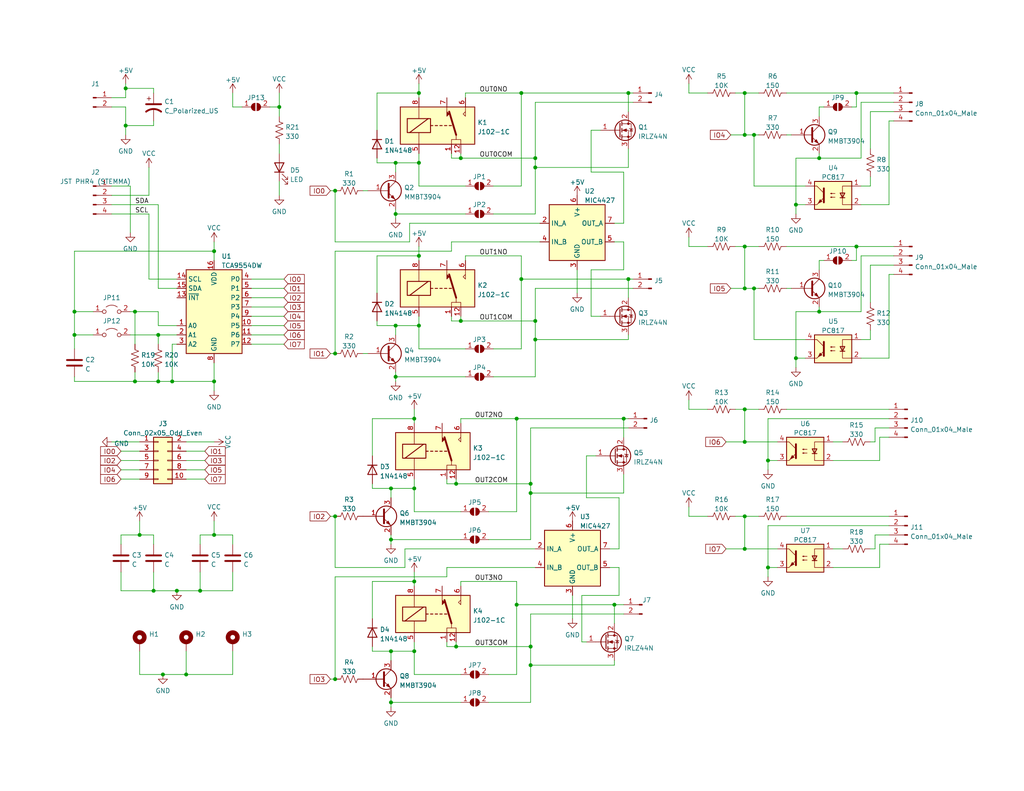
<source format=kicad_sch>
(kicad_sch (version 20211123) (generator eeschema)
  (paper "A")
  (junction (at 167.64 165.1))
  (junction (at 107.95 44.45))
  (junction (at 44.45 184.15))
  (junction (at 171.45 76.2))
  (junction (at 205.74 36.83))
  (junction (at 34.29 34.29))
  (junction (at 203.2 36.83))
  (junction (at 91.44 96.52))
  (junction (at 91.44 185.42))
  (junction (at 106.68 177.8))
  (junction (at 20.32 91.44))
  (junction (at 48.26 161.29))
  (junction (at 144.78 176.53))
  (junction (at 233.68 67.31))
  (junction (at 58.42 146.05))
  (junction (at 46.99 104.14))
  (junction (at 209.55 125.73))
  (junction (at 41.91 161.29))
  (junction (at 106.68 191.77))
  (junction (at 114.3 44.45))
  (junction (at 140.97 165.1))
  (junction (at 107.95 58.42))
  (junction (at 54.61 161.29))
  (junction (at 113.03 177.8))
  (junction (at 171.45 25.4))
  (junction (at 217.17 97.79))
  (junction (at 203.2 111.76))
  (junction (at 124.46 132.08))
  (junction (at 43.18 104.14))
  (junction (at 203.2 67.31))
  (junction (at 114.3 69.85))
  (junction (at 146.05 45.72))
  (junction (at 113.03 158.75))
  (junction (at 107.95 88.9))
  (junction (at 58.42 68.58))
  (junction (at 146.05 92.71))
  (junction (at 124.46 176.53))
  (junction (at 106.68 147.32))
  (junction (at 203.2 78.74))
  (junction (at 91.44 52.07))
  (junction (at 144.78 134.62))
  (junction (at 36.83 85.09))
  (junction (at 144.78 181.61))
  (junction (at 170.18 114.3))
  (junction (at 203.2 149.86))
  (junction (at 76.2 29.21))
  (junction (at 58.42 104.14))
  (junction (at 91.44 140.97))
  (junction (at 140.97 114.3))
  (junction (at 106.68 133.35))
  (junction (at 50.8 184.15))
  (junction (at 38.1 146.05))
  (junction (at 142.24 25.4))
  (junction (at 113.03 133.35))
  (junction (at 43.18 91.44))
  (junction (at 142.24 76.2))
  (junction (at 20.32 85.09))
  (junction (at 107.95 102.87))
  (junction (at 36.83 104.14))
  (junction (at 203.2 120.65))
  (junction (at 146.05 43.18))
  (junction (at 233.68 25.4))
  (junction (at 113.03 114.3))
  (junction (at 203.2 25.4))
  (junction (at 205.74 78.74))
  (junction (at 203.2 140.97))
  (junction (at 223.52 85.09))
  (junction (at 125.73 43.18))
  (junction (at 34.29 24.13))
  (junction (at 217.17 55.88))
  (junction (at 114.3 88.9))
  (junction (at 144.78 132.08))
  (junction (at 146.05 87.63))
  (junction (at 114.3 25.4))
  (junction (at 125.73 87.63))
  (junction (at 223.52 43.18))
  (junction (at 209.55 154.94))
  (wire (pts (xy 34.29 29.21) (xy 34.29 34.29)))
  (wire (pts (xy 203.2 140.97) (xy 203.2 149.86)))
  (wire (pts (xy 54.61 146.05) (xy 58.42 146.05)))
  (wire (pts (xy 63.5 146.05) (xy 63.5 148.59)))
  (wire (pts (xy 101.6 133.35) (xy 106.68 133.35)))
  (wire (pts (xy 99.06 96.52) (xy 100.33 96.52)))
  (wire (pts (xy 121.92 175.26) (xy 121.92 176.53)))
  (wire (pts (xy 238.76 116.84) (xy 242.57 116.84)))
  (wire (pts (xy 107.95 58.42) (xy 127 58.42)))
  (wire (pts (xy 33.02 156.21) (xy 33.02 161.29)))
  (wire (pts (xy 203.2 36.83) (xy 205.74 36.83)))
  (wire (pts (xy 205.74 78.74) (xy 207.01 78.74)))
  (wire (pts (xy 168.91 135.89) (xy 160.02 135.89)))
  (wire (pts (xy 99.06 52.07) (xy 100.33 52.07)))
  (wire (pts (xy 76.2 49.53) (xy 76.2 53.34)))
  (wire (pts (xy 144.78 147.32) (xy 144.78 134.62)))
  (wire (pts (xy 214.63 67.31) (xy 233.68 67.31)))
  (wire (pts (xy 243.84 74.93) (xy 242.57 74.93)))
  (wire (pts (xy 106.68 190.5) (xy 106.68 191.77)))
  (wire (pts (xy 43.18 78.74) (xy 48.26 78.74)))
  (wire (pts (xy 111.76 66.04) (xy 91.44 66.04)))
  (wire (pts (xy 234.95 69.85) (xy 234.95 85.09)))
  (wire (pts (xy 233.68 67.31) (xy 243.84 67.31)))
  (wire (pts (xy 101.6 176.53) (xy 101.6 177.8)))
  (wire (pts (xy 232.41 29.21) (xy 233.68 29.21)))
  (wire (pts (xy 113.03 158.75) (xy 113.03 160.02)))
  (wire (pts (xy 34.29 34.29) (xy 34.29 36.83)))
  (wire (pts (xy 125.73 160.02) (xy 125.73 158.75)))
  (wire (pts (xy 40.64 53.34) (xy 40.64 45.72)))
  (wire (pts (xy 232.41 71.12) (xy 233.68 71.12)))
  (wire (pts (xy 20.32 85.09) (xy 20.32 91.44)))
  (wire (pts (xy 124.46 130.81) (xy 124.46 132.08)))
  (wire (pts (xy 36.83 104.14) (xy 43.18 104.14)))
  (wire (pts (xy 242.57 143.51) (xy 209.55 143.51)))
  (wire (pts (xy 167.64 181.61) (xy 144.78 181.61)))
  (wire (pts (xy 166.37 154.94) (xy 168.91 154.94)))
  (wire (pts (xy 76.2 29.21) (xy 76.2 31.75)))
  (wire (pts (xy 167.64 165.1) (xy 170.18 165.1)))
  (wire (pts (xy 102.87 43.18) (xy 102.87 44.45)))
  (wire (pts (xy 36.83 101.6) (xy 36.83 104.14)))
  (wire (pts (xy 54.61 161.29) (xy 63.5 161.29)))
  (wire (pts (xy 224.79 71.12) (xy 223.52 71.12)))
  (wire (pts (xy 240.03 148.59) (xy 240.03 154.94)))
  (wire (pts (xy 107.95 102.87) (xy 127 102.87)))
  (wire (pts (xy 102.87 44.45) (xy 107.95 44.45)))
  (wire (pts (xy 41.91 156.21) (xy 41.91 161.29)))
  (wire (pts (xy 58.42 99.06) (xy 58.42 104.14)))
  (wire (pts (xy 46.99 104.14) (xy 58.42 104.14)))
  (wire (pts (xy 207.01 67.31) (xy 203.2 67.31)))
  (wire (pts (xy 106.68 133.35) (xy 106.68 135.89)))
  (wire (pts (xy 68.58 81.28) (xy 77.47 81.28)))
  (wire (pts (xy 205.74 50.8) (xy 219.71 50.8)))
  (wire (pts (xy 168.91 162.56) (xy 158.75 162.56)))
  (wire (pts (xy 171.45 76.2) (xy 172.72 76.2)))
  (wire (pts (xy 187.96 138.43) (xy 187.96 140.97)))
  (wire (pts (xy 171.45 45.72) (xy 146.05 45.72)))
  (wire (pts (xy 157.48 73.66) (xy 157.48 80.01)))
  (wire (pts (xy 36.83 85.09) (xy 43.18 85.09)))
  (wire (pts (xy 227.33 120.65) (xy 229.87 120.65)))
  (wire (pts (xy 33.02 128.27) (xy 38.1 128.27)))
  (wire (pts (xy 200.66 111.76) (xy 203.2 111.76)))
  (wire (pts (xy 187.96 111.76) (xy 193.04 111.76)))
  (wire (pts (xy 113.03 177.8) (xy 113.03 184.15)))
  (wire (pts (xy 144.78 167.64) (xy 144.78 176.53)))
  (wire (pts (xy 134.62 50.8) (xy 142.24 50.8)))
  (wire (pts (xy 134.62 58.42) (xy 146.05 58.42)))
  (wire (pts (xy 68.58 76.2) (xy 77.47 76.2)))
  (wire (pts (xy 170.18 114.3) (xy 170.18 119.38)))
  (wire (pts (xy 237.49 149.86) (xy 238.76 149.86)))
  (wire (pts (xy 123.19 68.58) (xy 91.44 68.58)))
  (wire (pts (xy 242.57 97.79) (xy 234.95 97.79)))
  (wire (pts (xy 123.19 86.36) (xy 123.19 87.63)))
  (wire (pts (xy 50.8 125.73) (xy 55.88 125.73)))
  (wire (pts (xy 170.18 114.3) (xy 171.45 114.3)))
  (wire (pts (xy 146.05 78.74) (xy 146.05 87.63)))
  (wire (pts (xy 140.97 165.1) (xy 167.64 165.1)))
  (wire (pts (xy 107.95 88.9) (xy 107.95 91.44)))
  (wire (pts (xy 106.68 146.05) (xy 106.68 147.32)))
  (wire (pts (xy 240.03 119.38) (xy 240.03 125.73)))
  (wire (pts (xy 114.3 44.45) (xy 114.3 50.8)))
  (wire (pts (xy 223.52 85.09) (xy 234.95 85.09)))
  (wire (pts (xy 170.18 66.04) (xy 170.18 73.66)))
  (wire (pts (xy 237.49 120.65) (xy 238.76 120.65)))
  (wire (pts (xy 30.48 53.34) (xy 40.64 53.34)))
  (wire (pts (xy 146.05 154.94) (xy 121.92 154.94)))
  (wire (pts (xy 127 25.4) (xy 142.24 25.4)))
  (wire (pts (xy 158.75 175.26) (xy 160.02 175.26)))
  (wire (pts (xy 142.24 50.8) (xy 142.24 25.4)))
  (wire (pts (xy 133.35 147.32) (xy 144.78 147.32)))
  (wire (pts (xy 161.29 35.56) (xy 163.83 35.56)))
  (wire (pts (xy 114.3 69.85) (xy 114.3 71.12)))
  (wire (pts (xy 20.32 102.87) (xy 20.32 104.14)))
  (wire (pts (xy 50.8 128.27) (xy 55.88 128.27)))
  (wire (pts (xy 30.48 50.8) (xy 35.56 50.8)))
  (wire (pts (xy 50.8 130.81) (xy 55.88 130.81)))
  (wire (pts (xy 102.87 88.9) (xy 107.95 88.9)))
  (wire (pts (xy 234.95 27.94) (xy 234.95 43.18)))
  (wire (pts (xy 161.29 86.36) (xy 163.83 86.36)))
  (wire (pts (xy 237.49 72.39) (xy 243.84 72.39)))
  (wire (pts (xy 171.45 25.4) (xy 171.45 30.48)))
  (wire (pts (xy 114.3 86.36) (xy 114.3 88.9)))
  (wire (pts (xy 43.18 101.6) (xy 43.18 104.14)))
  (wire (pts (xy 133.35 139.7) (xy 140.97 139.7)))
  (wire (pts (xy 142.24 69.85) (xy 142.24 76.2)))
  (wire (pts (xy 121.92 157.48) (xy 91.44 157.48)))
  (wire (pts (xy 223.52 41.91) (xy 223.52 43.18)))
  (wire (pts (xy 43.18 91.44) (xy 43.18 93.98)))
  (wire (pts (xy 106.68 177.8) (xy 106.68 180.34)))
  (wire (pts (xy 114.3 95.25) (xy 127 95.25)))
  (wire (pts (xy 110.49 149.86) (xy 110.49 154.94)))
  (wire (pts (xy 123.19 41.91) (xy 123.19 43.18)))
  (wire (pts (xy 20.32 85.09) (xy 25.4 85.09)))
  (wire (pts (xy 142.24 25.4) (xy 171.45 25.4)))
  (wire (pts (xy 140.97 114.3) (xy 170.18 114.3)))
  (wire (pts (xy 121.92 130.81) (xy 121.92 132.08)))
  (wire (pts (xy 124.46 176.53) (xy 144.78 176.53)))
  (wire (pts (xy 142.24 76.2) (xy 142.24 95.25)))
  (wire (pts (xy 172.72 78.74) (xy 146.05 78.74)))
  (wire (pts (xy 223.52 29.21) (xy 223.52 31.75)))
  (wire (pts (xy 187.96 109.22) (xy 187.96 111.76)))
  (wire (pts (xy 140.97 158.75) (xy 140.97 165.1)))
  (wire (pts (xy 125.73 115.57) (xy 125.73 114.3)))
  (wire (pts (xy 106.68 147.32) (xy 106.68 148.59)))
  (wire (pts (xy 34.29 24.13) (xy 34.29 22.86)))
  (wire (pts (xy 123.19 87.63) (xy 125.73 87.63)))
  (wire (pts (xy 58.42 146.05) (xy 63.5 146.05)))
  (wire (pts (xy 156.21 162.56) (xy 156.21 168.91)))
  (wire (pts (xy 227.33 125.73) (xy 240.03 125.73)))
  (wire (pts (xy 30.48 26.67) (xy 34.29 26.67)))
  (wire (pts (xy 101.6 168.91) (xy 101.6 158.75)))
  (wire (pts (xy 203.2 149.86) (xy 212.09 149.86)))
  (wire (pts (xy 125.73 86.36) (xy 125.73 87.63)))
  (wire (pts (xy 43.18 104.14) (xy 46.99 104.14)))
  (wire (pts (xy 33.02 130.81) (xy 38.1 130.81)))
  (wire (pts (xy 30.48 55.88) (xy 43.18 55.88)))
  (wire (pts (xy 168.91 149.86) (xy 168.91 135.89)))
  (wire (pts (xy 91.44 68.58) (xy 91.44 96.52)))
  (wire (pts (xy 242.57 74.93) (xy 242.57 97.79)))
  (wire (pts (xy 233.68 71.12) (xy 233.68 67.31)))
  (wire (pts (xy 224.79 29.21) (xy 223.52 29.21)))
  (wire (pts (xy 238.76 149.86) (xy 238.76 146.05)))
  (wire (pts (xy 203.2 67.31) (xy 203.2 78.74)))
  (wire (pts (xy 101.6 177.8) (xy 106.68 177.8)))
  (wire (pts (xy 146.05 87.63) (xy 146.05 92.71)))
  (wire (pts (xy 234.95 92.71) (xy 237.49 92.71)))
  (wire (pts (xy 209.55 154.94) (xy 209.55 157.48)))
  (wire (pts (xy 238.76 146.05) (xy 242.57 146.05)))
  (wire (pts (xy 43.18 91.44) (xy 48.26 91.44)))
  (wire (pts (xy 144.78 132.08) (xy 144.78 116.84)))
  (wire (pts (xy 223.52 83.82) (xy 223.52 85.09)))
  (wire (pts (xy 242.57 33.02) (xy 242.57 55.88)))
  (wire (pts (xy 237.49 82.55) (xy 237.49 72.39)))
  (wire (pts (xy 144.78 134.62) (xy 144.78 132.08)))
  (wire (pts (xy 114.3 22.86) (xy 114.3 25.4)))
  (wire (pts (xy 68.58 93.98) (xy 77.47 93.98)))
  (wire (pts (xy 121.92 176.53) (xy 124.46 176.53)))
  (wire (pts (xy 20.32 91.44) (xy 25.4 91.44)))
  (wire (pts (xy 68.58 86.36) (xy 77.47 86.36)))
  (wire (pts (xy 101.6 132.08) (xy 101.6 133.35)))
  (wire (pts (xy 205.74 36.83) (xy 205.74 50.8)))
  (wire (pts (xy 214.63 36.83) (xy 215.9 36.83)))
  (wire (pts (xy 203.2 25.4) (xy 203.2 36.83)))
  (wire (pts (xy 54.61 148.59) (xy 54.61 146.05)))
  (wire (pts (xy 219.71 97.79) (xy 217.17 97.79)))
  (wire (pts (xy 54.61 156.21) (xy 54.61 161.29)))
  (wire (pts (xy 107.95 58.42) (xy 107.95 59.69)))
  (wire (pts (xy 144.78 116.84) (xy 171.45 116.84)))
  (wire (pts (xy 233.68 29.21) (xy 233.68 25.4)))
  (wire (pts (xy 170.18 167.64) (xy 144.78 167.64)))
  (wire (pts (xy 214.63 111.76) (xy 242.57 111.76)))
  (wire (pts (xy 167.64 165.1) (xy 167.64 170.18)))
  (wire (pts (xy 58.42 66.04) (xy 58.42 68.58)))
  (wire (pts (xy 106.68 191.77) (xy 125.73 191.77)))
  (wire (pts (xy 203.2 140.97) (xy 207.01 140.97)))
  (wire (pts (xy 114.3 50.8) (xy 127 50.8)))
  (wire (pts (xy 91.44 157.48) (xy 91.44 185.42)))
  (wire (pts (xy 123.19 66.04) (xy 123.19 68.58)))
  (wire (pts (xy 36.83 85.09) (xy 36.83 93.98)))
  (wire (pts (xy 237.49 40.64) (xy 237.49 30.48)))
  (wire (pts (xy 237.49 92.71) (xy 237.49 90.17)))
  (wire (pts (xy 102.87 80.01) (xy 102.87 69.85)))
  (wire (pts (xy 40.64 58.42) (xy 30.48 58.42)))
  (wire (pts (xy 90.17 96.52) (xy 91.44 96.52)))
  (wire (pts (xy 114.3 67.31) (xy 114.3 69.85)))
  (wire (pts (xy 170.18 60.96) (xy 170.18 46.99)))
  (wire (pts (xy 114.3 41.91) (xy 114.3 44.45)))
  (wire (pts (xy 113.03 156.21) (xy 113.03 158.75)))
  (wire (pts (xy 50.8 184.15) (xy 50.8 177.8)))
  (wire (pts (xy 123.19 43.18) (xy 125.73 43.18)))
  (wire (pts (xy 140.97 139.7) (xy 140.97 114.3)))
  (wire (pts (xy 160.02 135.89) (xy 160.02 124.46)))
  (wire (pts (xy 44.45 184.15) (xy 50.8 184.15)))
  (wire (pts (xy 242.57 119.38) (xy 240.03 119.38)))
  (wire (pts (xy 58.42 104.14) (xy 58.42 106.68)))
  (wire (pts (xy 212.09 125.73) (xy 209.55 125.73)))
  (wire (pts (xy 161.29 46.99) (xy 161.29 35.56)))
  (wire (pts (xy 133.35 191.77) (xy 144.78 191.77)))
  (wire (pts (xy 107.95 102.87) (xy 107.95 104.14)))
  (wire (pts (xy 207.01 25.4) (xy 203.2 25.4)))
  (wire (pts (xy 146.05 149.86) (xy 110.49 149.86)))
  (wire (pts (xy 170.18 46.99) (xy 161.29 46.99)))
  (wire (pts (xy 237.49 50.8) (xy 237.49 48.26)))
  (wire (pts (xy 68.58 88.9) (xy 77.47 88.9)))
  (wire (pts (xy 58.42 68.58) (xy 58.42 71.12)))
  (wire (pts (xy 121.92 132.08) (xy 124.46 132.08)))
  (wire (pts (xy 33.02 146.05) (xy 38.1 146.05)))
  (wire (pts (xy 33.02 125.73) (xy 38.1 125.73)))
  (wire (pts (xy 76.2 39.37) (xy 76.2 41.91)))
  (wire (pts (xy 102.87 25.4) (xy 114.3 25.4)))
  (wire (pts (xy 217.17 85.09) (xy 217.17 97.79)))
  (wire (pts (xy 125.73 158.75) (xy 140.97 158.75)))
  (wire (pts (xy 243.84 33.02) (xy 242.57 33.02)))
  (wire (pts (xy 113.03 175.26) (xy 113.03 177.8)))
  (wire (pts (xy 43.18 88.9) (xy 48.26 88.9)))
  (wire (pts (xy 50.8 123.19) (xy 55.88 123.19)))
  (wire (pts (xy 199.39 36.83) (xy 203.2 36.83)))
  (wire (pts (xy 187.96 25.4) (xy 193.04 25.4)))
  (wire (pts (xy 46.99 93.98) (xy 46.99 104.14)))
  (wire (pts (xy 111.76 60.96) (xy 111.76 66.04)))
  (wire (pts (xy 43.18 85.09) (xy 43.18 88.9)))
  (wire (pts (xy 35.56 85.09) (xy 36.83 85.09)))
  (wire (pts (xy 101.6 158.75) (xy 113.03 158.75)))
  (wire (pts (xy 107.95 57.15) (xy 107.95 58.42)))
  (wire (pts (xy 160.02 124.46) (xy 162.56 124.46)))
  (wire (pts (xy 38.1 142.24) (xy 38.1 146.05)))
  (wire (pts (xy 205.74 36.83) (xy 207.01 36.83)))
  (wire (pts (xy 34.29 26.67) (xy 34.29 24.13)))
  (wire (pts (xy 38.1 184.15) (xy 44.45 184.15)))
  (wire (pts (xy 91.44 154.94) (xy 91.44 140.97)))
  (wire (pts (xy 238.76 120.65) (xy 238.76 116.84)))
  (wire (pts (xy 48.26 76.2) (xy 40.64 76.2)))
  (wire (pts (xy 142.24 76.2) (xy 171.45 76.2)))
  (wire (pts (xy 147.32 60.96) (xy 111.76 60.96)))
  (wire (pts (xy 102.87 35.56) (xy 102.87 25.4)))
  (wire (pts (xy 101.6 114.3) (xy 113.03 114.3)))
  (wire (pts (xy 171.45 25.4) (xy 172.72 25.4)))
  (wire (pts (xy 63.5 177.8) (xy 63.5 184.15)))
  (wire (pts (xy 209.55 125.73) (xy 209.55 128.27)))
  (wire (pts (xy 209.55 143.51) (xy 209.55 154.94)))
  (wire (pts (xy 20.32 68.58) (xy 58.42 68.58)))
  (wire (pts (xy 63.5 29.21) (xy 66.04 29.21)))
  (wire (pts (xy 125.73 43.18) (xy 146.05 43.18)))
  (wire (pts (xy 107.95 44.45) (xy 107.95 46.99)))
  (wire (pts (xy 217.17 43.18) (xy 217.17 55.88)))
  (wire (pts (xy 68.58 91.44) (xy 77.47 91.44)))
  (wire (pts (xy 41.91 25.4) (xy 41.91 24.13)))
  (wire (pts (xy 167.64 180.34) (xy 167.64 181.61)))
  (wire (pts (xy 41.91 146.05) (xy 41.91 148.59)))
  (wire (pts (xy 242.57 55.88) (xy 234.95 55.88)))
  (wire (pts (xy 171.45 92.71) (xy 146.05 92.71)))
  (wire (pts (xy 113.03 139.7) (xy 125.73 139.7)))
  (wire (pts (xy 63.5 25.4) (xy 63.5 29.21)))
  (wire (pts (xy 187.96 64.77) (xy 187.96 67.31)))
  (wire (pts (xy 41.91 24.13) (xy 34.29 24.13)))
  (wire (pts (xy 38.1 146.05) (xy 41.91 146.05)))
  (wire (pts (xy 167.64 60.96) (xy 170.18 60.96)))
  (wire (pts (xy 242.57 148.59) (xy 240.03 148.59)))
  (wire (pts (xy 223.52 43.18) (xy 234.95 43.18)))
  (wire (pts (xy 125.73 87.63) (xy 146.05 87.63)))
  (wire (pts (xy 205.74 92.71) (xy 219.71 92.71)))
  (wire (pts (xy 63.5 161.29) (xy 63.5 156.21)))
  (wire (pts (xy 102.87 87.63) (xy 102.87 88.9)))
  (wire (pts (xy 203.2 111.76) (xy 203.2 120.65)))
  (wire (pts (xy 233.68 25.4) (xy 243.84 25.4)))
  (wire (pts (xy 113.03 114.3) (xy 113.03 115.57)))
  (wire (pts (xy 114.3 25.4) (xy 114.3 26.67)))
  (wire (pts (xy 200.66 140.97) (xy 203.2 140.97)))
  (wire (pts (xy 227.33 154.94) (xy 240.03 154.94)))
  (wire (pts (xy 242.57 114.3) (xy 209.55 114.3)))
  (wire (pts (xy 41.91 33.02) (xy 41.91 34.29)))
  (wire (pts (xy 101.6 124.46) (xy 101.6 114.3)))
  (wire (pts (xy 30.48 120.65) (xy 38.1 120.65)))
  (wire (pts (xy 30.48 29.21) (xy 34.29 29.21)))
  (wire (pts (xy 209.55 114.3) (xy 209.55 125.73)))
  (wire (pts (xy 48.26 93.98) (xy 46.99 93.98)))
  (wire (pts (xy 146.05 92.71) (xy 146.05 102.87)))
  (wire (pts (xy 146.05 43.18) (xy 146.05 27.94)))
  (wire (pts (xy 200.66 67.31) (xy 203.2 67.31)))
  (wire (pts (xy 234.95 50.8) (xy 237.49 50.8)))
  (wire (pts (xy 35.56 50.8) (xy 35.56 63.5)))
  (wire (pts (xy 170.18 134.62) (xy 144.78 134.62)))
  (wire (pts (xy 133.35 184.15) (xy 140.97 184.15)))
  (wire (pts (xy 106.68 147.32) (xy 125.73 147.32)))
  (wire (pts (xy 223.52 71.12) (xy 223.52 73.66)))
  (wire (pts (xy 212.09 154.94) (xy 209.55 154.94)))
  (wire (pts (xy 217.17 97.79) (xy 217.17 100.33)))
  (wire (pts (xy 243.84 69.85) (xy 234.95 69.85)))
  (wire (pts (xy 50.8 120.65) (xy 58.42 120.65)))
  (wire (pts (xy 33.02 161.29) (xy 41.91 161.29)))
  (wire (pts (xy 198.12 149.86) (xy 203.2 149.86)))
  (wire (pts (xy 146.05 58.42) (xy 146.05 45.72)))
  (wire (pts (xy 20.32 85.09) (xy 20.32 68.58)))
  (wire (pts (xy 121.92 154.94) (xy 121.92 157.48)))
  (wire (pts (xy 33.02 148.59) (xy 33.02 146.05)))
  (wire (pts (xy 187.96 140.97) (xy 193.04 140.97)))
  (wire (pts (xy 167.64 66.04) (xy 170.18 66.04)))
  (wire (pts (xy 223.52 43.18) (xy 217.17 43.18)))
  (wire (pts (xy 113.03 130.81) (xy 113.03 133.35)))
  (wire (pts (xy 127 69.85) (xy 142.24 69.85)))
  (wire (pts (xy 110.49 154.94) (xy 91.44 154.94)))
  (wire (pts (xy 124.46 132.08) (xy 144.78 132.08)))
  (wire (pts (xy 214.63 78.74) (xy 215.9 78.74)))
  (wire (pts (xy 134.62 95.25) (xy 142.24 95.25)))
  (wire (pts (xy 144.78 181.61) (xy 144.78 191.77)))
  (wire (pts (xy 243.84 27.94) (xy 234.95 27.94)))
  (wire (pts (xy 166.37 149.86) (xy 168.91 149.86)))
  (wire (pts (xy 43.18 55.88) (xy 43.18 78.74)))
  (wire (pts (xy 106.68 177.8) (xy 113.03 177.8)))
  (wire (pts (xy 200.66 25.4) (xy 203.2 25.4)))
  (wire (pts (xy 170.18 129.54) (xy 170.18 134.62)))
  (wire (pts (xy 125.73 41.91) (xy 125.73 43.18)))
  (wire (pts (xy 227.33 149.86) (xy 229.87 149.86)))
  (wire (pts (xy 203.2 120.65) (xy 212.09 120.65)))
  (wire (pts (xy 40.64 76.2) (xy 40.64 58.42)))
  (wire (pts (xy 198.12 120.65) (xy 203.2 120.65)))
  (wire (pts (xy 134.62 102.87) (xy 146.05 102.87)))
  (wire (pts (xy 107.95 101.6) (xy 107.95 102.87)))
  (wire (pts (xy 158.75 162.56) (xy 158.75 175.26)))
  (wire (pts (xy 125.73 114.3) (xy 140.97 114.3)))
  (wire (pts (xy 91.44 66.04) (xy 91.44 52.07)))
  (wire (pts (xy 20.32 104.14) (xy 36.83 104.14)))
  (wire (pts (xy 68.58 78.74) (xy 77.47 78.74)))
  (wire (pts (xy 90.17 52.07) (xy 91.44 52.07)))
  (wire (pts (xy 68.58 83.82) (xy 77.47 83.82)))
  (wire (pts (xy 171.45 40.64) (xy 171.45 45.72)))
  (wire (pts (xy 102.87 69.85) (xy 114.3 69.85)))
  (wire (pts (xy 41.91 34.29) (xy 34.29 34.29)))
  (wire (pts (xy 48.26 161.29) (xy 54.61 161.29)))
  (wire (pts (xy 171.45 91.44) (xy 171.45 92.71)))
  (wire (pts (xy 219.71 55.88) (xy 217.17 55.88)))
  (wire (pts (xy 113.03 184.15) (xy 125.73 184.15)))
  (wire (pts (xy 124.46 175.26) (xy 124.46 176.53)))
  (wire (pts (xy 203.2 78.74) (xy 205.74 78.74)))
  (wire (pts (xy 127 26.67) (xy 127 25.4)))
  (wire (pts (xy 35.56 91.44) (xy 43.18 91.44)))
  (wire (pts (xy 107.95 44.45) (xy 114.3 44.45)))
  (wire (pts (xy 113.03 133.35) (xy 113.03 139.7)))
  (wire (pts (xy 237.49 30.48) (xy 243.84 30.48)))
  (wire (pts (xy 38.1 177.8) (xy 38.1 184.15)))
  (wire (pts (xy 63.5 184.15) (xy 50.8 184.15)))
  (wire (pts (xy 187.96 67.31) (xy 193.04 67.31)))
  (wire (pts (xy 58.42 142.24) (xy 58.42 146.05)))
  (wire (pts (xy 168.91 154.94) (xy 168.91 162.56)))
  (wire (pts (xy 199.39 78.74) (xy 203.2 78.74)))
  (wire (pts (xy 90.17 140.97) (xy 91.44 140.97)))
  (wire (pts (xy 33.02 123.19) (xy 38.1 123.19)))
  (wire (pts (xy 90.17 185.42) (xy 91.44 185.42)))
  (wire (pts (xy 217.17 55.88) (xy 217.17 58.42)))
  (wire (pts (xy 147.32 66.04) (xy 123.19 66.04)))
  (wire (pts (xy 203.2 111.76) (xy 207.01 111.76)))
  (wire (pts (xy 76.2 29.21) (xy 73.66 29.21)))
  (wire (pts (xy 127 71.12) (xy 127 69.85)))
  (wire (pts (xy 223.52 85.09) (xy 217.17 85.09)))
  (wire (pts (xy 171.45 76.2) (xy 171.45 81.28)))
  (wire (pts (xy 205.74 78.74) (xy 205.74 92.71)))
  (wire (pts (xy 20.32 91.44) (xy 20.32 95.25)))
  (wire (pts (xy 146.05 27.94) (xy 172.72 27.94)))
  (wire (pts (xy 140.97 165.1) (xy 140.97 184.15)))
  (wire (pts (xy 170.18 73.66) (xy 161.29 73.66)))
  (wire (pts (xy 107.95 88.9) (xy 114.3 88.9)))
  (wire (pts (xy 187.96 22.86) (xy 187.96 25.4)))
  (wire (pts (xy 161.29 73.66) (xy 161.29 86.36)))
  (wire (pts (xy 106.68 191.77) (xy 106.68 193.04)))
  (wire (pts (xy 144.78 176.53) (xy 144.78 181.61)))
  (wire (pts (xy 76.2 25.4) (xy 76.2 29.21)))
  (wire (pts (xy 214.63 25.4) (xy 233.68 25.4)))
  (wire (pts (xy 106.68 133.35) (xy 113.03 133.35)))
  (wire (pts (xy 114.3 88.9) (xy 114.3 95.25)))
  (wire (pts (xy 113.03 111.76) (xy 113.03 114.3)))
  (wire (pts (xy 146.05 45.72) (xy 146.05 43.18)))
  (wire (pts (xy 214.63 140.97) (xy 242.57 140.97)))
  (wire (pts (xy 41.91 161.29) (xy 48.26 161.29)))
  (label "OUT0NO" (at 130.81 25.4 0))
  (label "OUT2NO" (at 129.54 114.3 0))
  (label "OUT3NO" (at 129.54 158.75 0))
  (label "SDA" (at 36.83 55.88 0))
  (label "OUT2COM" (at 129.54 132.08 0))
  (label "OUT0COM" (at 130.81 43.18 0))
  (label "OUT1COM" (at 130.81 87.63 0))
  (label "OUT1NO" (at 130.81 69.85 0))
  (label "OUT3COM" (at 129.54 176.53 0))
  (label "SCL" (at 36.83 58.42 0))
  (global_label "IO4" (shape input) (at 199.39 36.83 180) (property "Intersheet References" "${INTERSHEET_REFS}" (effects hide)))
  (global_label "IO0" (shape input) (at 90.17 52.07 180) (property "Intersheet References" "${INTERSHEET_REFS}" (effects hide)))
  (global_label "IO7" (shape input) (at 198.12 149.86 180) (property "Intersheet References" "${INTERSHEET_REFS}" (effects hide)))
  (global_label "IO3" (shape input) (at 55.88 125.73 0) (property "Intersheet References" "${INTERSHEET_REFS}" (effects hide)))
  (global_label "IO3" (shape input) (at 90.17 185.42 180) (property "Intersheet References" "${INTERSHEET_REFS}" (effects hide)))
  (global_label "IO0" (shape input) (at 77.47 76.2 0) (property "Intersheet References" "${INTERSHEET_REFS}" (effects hide)))
  (global_label "IO5" (shape input) (at 199.39 78.74 180) (property "Intersheet References" "${INTERSHEET_REFS}" (effects hide)))
  (global_label "IO2" (shape input) (at 90.17 140.97 180) (property "Intersheet References" "${INTERSHEET_REFS}" (effects hide)))
  (global_label "IO0" (shape input) (at 33.02 123.19 180) (property "Intersheet References" "${INTERSHEET_REFS}" (effects hide)))
  (global_label "IO2" (shape input) (at 33.02 125.73 180) (property "Intersheet References" "${INTERSHEET_REFS}" (effects hide)))
  (global_label "IO6" (shape input) (at 33.02 130.81 180) (property "Intersheet References" "${INTERSHEET_REFS}" (effects hide)))
  (global_label "IO4" (shape input) (at 77.47 86.36 0) (property "Intersheet References" "${INTERSHEET_REFS}" (effects hide)))
  (global_label "IO4" (shape input) (at 33.02 128.27 180) (property "Intersheet References" "${INTERSHEET_REFS}" (effects hide)))
  (global_label "IO1" (shape input) (at 77.47 78.74 0) (property "Intersheet References" "${INTERSHEET_REFS}" (effects hide)))
  (global_label "IO7" (shape input) (at 55.88 130.81 0) (property "Intersheet References" "${INTERSHEET_REFS}" (effects hide)))
  (global_label "IO1" (shape input) (at 55.88 123.19 0) (property "Intersheet References" "${INTERSHEET_REFS}" (effects hide)))
  (global_label "IO1" (shape input) (at 90.17 96.52 180) (property "Intersheet References" "${INTERSHEET_REFS}" (effects hide)))
  (global_label "IO3" (shape input) (at 77.47 83.82 0) (property "Intersheet References" "${INTERSHEET_REFS}" (effects hide)))
  (global_label "IO6" (shape input) (at 77.47 91.44 0) (property "Intersheet References" "${INTERSHEET_REFS}" (effects hide)))
  (global_label "IO6" (shape input) (at 198.12 120.65 180) (property "Intersheet References" "${INTERSHEET_REFS}" (effects hide)))
  (global_label "IO5" (shape input) (at 55.88 128.27 0) (property "Intersheet References" "${INTERSHEET_REFS}" (effects hide)))
  (global_label "IO7" (shape input) (at 77.47 93.98 0) (property "Intersheet References" "${INTERSHEET_REFS}" (effects hide)))
  (global_label "IO5" (shape input) (at 77.47 88.9 0) (property "Intersheet References" "${INTERSHEET_REFS}" (effects hide)))
  (global_label "IO2" (shape input) (at 77.47 81.28 0) (property "Intersheet References" "${INTERSHEET_REFS}" (effects hide)))
  (symbol (lib_id "power:GND") (at 30.48 120.65 270) (unit 1)
    (property "Reference" "#PWR011" (effects hide))
    (property "Value" "GND" (at 31.115 121.0838 90) (effects (justify left)))
  )
  (symbol (lib_id "Jumper:SolderJumper_2_Open") (at 228.6 71.12 0) (unit 1)
    (property "Reference" "JP10" (at 228.6 68.58 0))
    (property "Value" "SolderJumper_2_Open" (effects hide))
    (property "Footprint" "Jumper:SolderJumper-2_P1.3mm_Open_Pad1.0x1.5mm" (effects hide))
  )
  (symbol (lib_id "Device:R_US") (at 43.18 97.79 180) (unit 1)
    (property "Reference" "R20" (at 44.831 96.9553 0) (effects (justify right)))
    (property "Value" "10K" (at 44.831 99.4922 0) (effects (justify right)))
    (property "Footprint" "Resistor_SMD:R_0805_2012Metric" (effects hide))
  )
  (symbol (lib_id "Device:R_US") (at 210.82 36.83 90) (unit 1)
    (property "Reference" "R7" (at 210.82 32.2412 90))
    (property "Value" "330" (at 210.82 34.7781 90))
    (property "Footprint" "Resistor_SMD:R_0805_2012Metric" (effects hide))
  )
  (symbol (lib_id "Transistor_BJT:MMBT3904") (at 220.98 78.74 0) (unit 1)
    (property "Reference" "Q10" (at 225.8314 77.9053 0) (effects (justify left)))
    (property "Value" "MMBT3904" (at 225.8314 80.4422 0) (effects (justify left)))
    (property "Footprint" "Package_TO_SOT_SMD:SOT-23" (effects hide))
    (property "Datasheet" "https://www.onsemi.com/pub/Collateral/2N3903-D.PDF" (effects hide))
  )
  (symbol (lib_id "Connector:Conn_01x04_Male") (at 247.65 114.3 0) (mirror y) (unit 1)
    (property "Reference" "J10" (at 248.3612 114.7353 0) (effects (justify right)))
    (property "Value" "Conn_01x04_Male" (at 248.3612 117.2722 0) (effects (justify right)))
    (property "Footprint" "Connector_PinHeader_2.54mm:PinHeader_2x02_P2.54mm_Horizontal" (effects hide))
  )
  (symbol (lib_id "Connector:Conn_01x02_Male") (at 176.53 114.3 0) (mirror y) (unit 1)
    (property "Reference" "J6" (at 177.2412 114.7353 0) (effects (justify right)))
    (property "Value" "Conn_01x02_Male" (effects hide))
    (property "Footprint" "TerminalBlock:TerminalBlock_bornier-2_P5.08mm" (effects hide))
  )
  (symbol (lib_id "Jumper:SolderJumper_2_Open") (at 228.6 29.21 0) (unit 1)
    (property "Reference" "JP9" (at 228.6 26.67 0))
    (property "Value" "SolderJumper_2_Open" (effects hide))
    (property "Footprint" "Jumper:SolderJumper-2_P1.3mm_Open_Pad1.0x1.5mm" (effects hide))
  )
  (symbol (lib_id "Jumper:SolderJumper_2_Open") (at 130.81 102.87 0) (unit 1)
    (property "Reference" "JP4" (at 130.81 100.33 0))
    (property "Value" "SolderJumper_2_Open" (effects hide))
    (property "Footprint" "Jumper:SolderJumper-2_P1.3mm_Open_Pad1.0x1.5mm" (effects hide))
  )
  (symbol (lib_id "power:+5V") (at 114.3 22.86 0) (unit 1)
    (property "Reference" "#PWR05" (effects hide))
    (property "Value" "+5V" (at 114.3 19.2842 0))
  )
  (symbol (lib_id "Device:R_US") (at 210.82 78.74 90) (unit 1)
    (property "Reference" "R11" (at 210.82 74.1512 90))
    (property "Value" "330" (at 210.82 76.6881 90))
    (property "Footprint" "Resistor_SMD:R_0805_2012Metric" (effects hide))
  )
  (symbol (lib_id "Device:R_US") (at 95.25 140.97 90) (unit 1)
    (property "Reference" "R3" (at 95.25 136.3812 90))
    (property "Value" "330" (at 95.25 138.9181 90))
    (property "Footprint" "Resistor_SMD:R_0805_2012Metric" (effects hide))
  )
  (symbol (lib_id "Connector:Conn_01x04_Male") (at 248.92 69.85 0) (mirror y) (unit 1)
    (property "Reference" "J9" (at 249.6312 70.2853 0) (effects (justify right)))
    (property "Value" "Conn_01x04_Male" (at 249.6312 72.8222 0) (effects (justify right)))
    (property "Footprint" "Connector_PinHeader_2.54mm:PinHeader_2x02_P2.54mm_Horizontal" (effects hide))
  )
  (symbol (lib_id "Connector:Conn_01x02_Male") (at 177.8 25.4 0) (mirror y) (unit 1)
    (property "Reference" "J4" (at 178.5112 25.8353 0) (effects (justify right)))
    (property "Value" "Conn_01x02_Male" (effects hide))
    (property "Footprint" "TerminalBlock:TerminalBlock_bornier-2_P5.08mm" (effects hide))
  )
  (symbol (lib_id "power:GND") (at 58.42 106.68 0) (unit 1)
    (property "Reference" "#PWR03" (effects hide))
    (property "Value" "GND" (at 58.42 111.1234 0))
  )
  (symbol (lib_id "power:GND") (at 34.29 36.83 0) (unit 1)
    (property "Reference" "#PWR010" (effects hide))
    (property "Value" "GND" (at 34.29 41.2734 0))
  )
  (symbol (lib_id "kc2zgu:J102-1C") (at 119.38 78.74 0) (unit 1)
    (property "Reference" "K2" (at 130.302 77.9053 0) (effects (justify left)))
    (property "Value" "J102-1C" (at 130.302 80.4422 0) (effects (justify left)))
    (property "Footprint" "Relay_THT:Relay_SPDT_HJR-4102" (effects hide))
    (property "Datasheet" "https://www.finder-relais.net/de/finder-relais-serie-40.pdf" (effects hide))
  )
  (symbol (lib_id "power:GND") (at 209.55 157.48 0) (unit 1)
    (property "Reference" "#PWR028" (effects hide))
    (property "Value" "GND" (at 209.55 161.9234 0))
  )
  (symbol (lib_id "power:VCC") (at 58.42 142.24 0) (unit 1)
    (property "Reference" "#PWR032" (effects hide))
    (property "Value" "VCC" (at 58.42 138.43 0))
  )
  (symbol (lib_id "power:GND") (at 156.21 168.91 0) (unit 1)
    (property "Reference" "#PWR021" (effects hide))
    (property "Value" "GND" (at 156.21 173.3534 0))
  )
  (symbol (lib_id "Transistor_BJT:MMBT3904") (at 104.14 185.42 0) (unit 1)
    (property "Reference" "Q8" (at 108.9914 184.5853 0) (effects (justify left)))
    (property "Value" "MMBT3904" (at 108.9914 187.1222 0) (effects (justify left)))
    (property "Footprint" "Package_TO_SOT_SMD:SOT-23" (effects hide))
    (property "Datasheet" "https://www.onsemi.com/pub/Collateral/2N3903-D.PDF" (effects hide))
  )
  (symbol (lib_id "Diode:1N4148") (at 102.87 83.82 270) (unit 1)
    (property "Reference" "D2" (at 104.902 82.9853 90) (effects (justify left)))
    (property "Value" "1N4148" (at 104.902 85.5222 90) (effects (justify left)))
    (property "Footprint" "Diode_SMD:D_MiniMELF_Handsoldering" (effects hide))
    (property "Datasheet" "https://assets.nexperia.com/documents/data-sheet/1N4148_1N4448.pdf" (effects hide))
  )
  (symbol (lib_id "power:GND") (at 217.17 58.42 0) (unit 1)
    (property "Reference" "#PWR019" (effects hide))
    (property "Value" "GND" (at 217.17 62.8634 0))
  )
  (symbol (lib_id "Device:R_US") (at 210.82 67.31 90) (unit 1)
    (property "Reference" "R10" (at 210.82 62.7212 90))
    (property "Value" "150" (at 210.82 65.2581 90))
    (property "Footprint" "Resistor_SMD:R_0805_2012Metric" (effects hide))
  )
  (symbol (lib_id "Transistor_FET:IRLZ44N") (at 168.91 86.36 0) (unit 1)
    (property "Reference" "Q3" (at 174.117 85.5253 0) (effects (justify left)))
    (property "Value" "IRLZ44N" (at 174.117 88.0622 0) (effects (justify left)))
    (property "Footprint" "Package_TO_SOT_THT:TO-220-3_Vertical" (effects hide))
    (property "Datasheet" "http://www.irf.com/product-info/datasheets/data/irlz44n.pdf" (effects hide))
  )
  (symbol (lib_id "Connector:Conn_01x04_Male") (at 25.4 53.34 0) (unit 1)
    (property "Reference" "J2" (at 26.035 47.024 0))
    (property "Value" "JST PHR4 (STEMMA)" (at 26.035 49.5609 0))
    (property "Footprint" "Connector_JST:JST_PH_B4B-PH-K_1x04_P2.00mm_Vertical" (effects hide))
  )
  (symbol (lib_id "power:GND") (at 217.17 100.33 0) (unit 1)
    (property "Reference" "#PWR024" (effects hide))
    (property "Value" "GND" (at 217.17 104.7734 0))
  )
  (symbol (lib_id "Mechanical:MountingHole_Pad") (at 63.5 175.26 0) (unit 1)
    (property "Reference" "H3" (at 66.04 173.1553 0) (effects (justify left)))
    (property "Value" "MountingHole_Pad" (effects hide))
    (property "Footprint" "MountingHole:MountingHole_3.2mm_M3_DIN965_Pad" (effects hide))
  )
  (symbol (lib_id "power:GND") (at 48.26 161.29 0) (unit 1)
    (property "Reference" "#PWR034" (effects hide))
    (property "Value" "GND" (at 48.26 165.7334 0))
  )
  (symbol (lib_id "Device:R_US") (at 76.2 35.56 180) (unit 1)
    (property "Reference" "R21" (at 77.851 34.7253 0) (effects (justify right)))
    (property "Value" "330" (at 77.851 37.2622 0) (effects (justify right)))
    (property "Footprint" "Resistor_SMD:R_0805_2012Metric" (effects hide))
  )
  (symbol (lib_id "Transistor_FET:IRLZ44N") (at 167.64 124.46 0) (unit 1)
    (property "Reference" "Q5" (at 172.847 123.6253 0) (effects (justify left)))
    (property "Value" "IRLZ44N" (at 172.847 126.1622 0) (effects (justify left)))
    (property "Footprint" "Package_TO_SOT_THT:TO-220-3_Vertical" (effects hide))
    (property "Datasheet" "http://www.irf.com/product-info/datasheets/data/irlz44n.pdf" (effects hide))
  )
  (symbol (lib_id "Device:C") (at 41.91 152.4 0) (unit 1)
    (property "Reference" "C4" (at 44.831 151.5653 0) (effects (justify left)))
    (property "Value" "C" (at 44.831 154.1022 0) (effects (justify left)))
    (property "Footprint" "Capacitor_SMD:C_1206_3216Metric" (effects hide))
  )
  (symbol (lib_id "power:VCC") (at 187.96 138.43 0) (unit 1)
    (property "Reference" "#PWR027" (effects hide))
    (property "Value" "VCC" (at 187.96 134.62 0))
  )
  (symbol (lib_id "Interface_Expansion:TCA9554DW") (at 58.42 83.82 0) (unit 1)
    (property "Reference" "U1" (at 60.4394 69.9602 0) (effects (justify left)))
    (property "Value" "TCA9554DW" (at 60.4394 72.4971 0) (effects (justify left)))
    (property "Footprint" "Package_SO:SOIC-16W_7.5x10.3mm_P1.27mm" (effects hide))
    (property "Datasheet" "http://www.ti.com/lit/ds/symlink/tca9554.pdf" (effects hide))
  )
  (symbol (lib_id "power:VCC") (at 187.96 64.77 0) (unit 1)
    (property "Reference" "#PWR023" (effects hide))
    (property "Value" "VCC" (at 187.96 60.96 0))
  )
  (symbol (lib_id "Transistor_BJT:MMBT3904") (at 104.14 140.97 0) (unit 1)
    (property "Reference" "Q6" (at 108.9914 140.1353 0) (effects (justify left)))
    (property "Value" "MMBT3904" (at 108.9914 142.6722 0) (effects (justify left)))
    (property "Footprint" "Package_TO_SOT_SMD:SOT-23" (effects hide))
    (property "Datasheet" "https://www.onsemi.com/pub/Collateral/2N3903-D.PDF" (effects hide))
  )
  (symbol (lib_id "Diode:1N4148") (at 101.6 172.72 270) (unit 1)
    (property "Reference" "D4" (at 103.632 171.8853 90) (effects (justify left)))
    (property "Value" "1N4148" (at 103.632 174.4222 90) (effects (justify left)))
    (property "Footprint" "Diode_SMD:D_MiniMELF_Handsoldering" (effects hide))
    (property "Datasheet" "https://assets.nexperia.com/documents/data-sheet/1N4148_1N4448.pdf" (effects hide))
  )
  (symbol (lib_id "Transistor_FET:IRLZ44N") (at 168.91 35.56 0) (unit 1)
    (property "Reference" "Q1" (at 174.117 34.7253 0) (effects (justify left)))
    (property "Value" "IRLZ44N" (at 174.117 37.2622 0) (effects (justify left)))
    (property "Footprint" "Package_TO_SOT_THT:TO-220-3_Vertical" (effects hide))
    (property "Datasheet" "http://www.irf.com/product-info/datasheets/data/irlz44n.pdf" (effects hide))
  )
  (symbol (lib_id "power:GND") (at 106.68 148.59 0) (unit 1)
    (property "Reference" "#PWR018" (effects hide))
    (property "Value" "GND" (at 106.68 153.0334 0))
  )
  (symbol (lib_id "power:+5V") (at 63.5 25.4 0) (unit 1)
    (property "Reference" "#PWR030" (effects hide))
    (property "Value" "+5V" (at 63.5 21.8242 0))
  )
  (symbol (lib_id "Device:C") (at 54.61 152.4 0) (unit 1)
    (property "Reference" "C5" (at 57.531 151.5653 0) (effects (justify left)))
    (property "Value" "C" (at 57.531 154.1022 0) (effects (justify left)))
    (property "Footprint" "Capacitor_SMD:C_0805_2012Metric" (effects hide))
  )
  (symbol (lib_id "Diode:1N4148") (at 101.6 128.27 270) (unit 1)
    (property "Reference" "D3" (at 103.632 127.4353 90) (effects (justify left)))
    (property "Value" "1N4148" (at 103.632 129.9722 90) (effects (justify left)))
    (property "Footprint" "Diode_SMD:D_MiniMELF_Handsoldering" (effects hide))
    (property "Datasheet" "https://assets.nexperia.com/documents/data-sheet/1N4148_1N4448.pdf" (effects hide))
  )
  (symbol (lib_id "Connector:Conn_01x04_Male") (at 248.92 27.94 0) (mirror y) (unit 1)
    (property "Reference" "J8" (at 249.6312 28.3753 0) (effects (justify right)))
    (property "Value" "Conn_01x04_Male" (at 249.6312 30.9122 0) (effects (justify right)))
    (property "Footprint" "Connector_PinHeader_2.54mm:PinHeader_2x02_P2.54mm_Horizontal" (effects hide))
  )
  (symbol (lib_id "Device:R_US") (at 95.25 185.42 90) (unit 1)
    (property "Reference" "R4" (at 95.25 180.8312 90))
    (property "Value" "330" (at 95.25 183.3681 90))
    (property "Footprint" "Resistor_SMD:R_0805_2012Metric" (effects hide))
  )
  (symbol (lib_id "Device:C") (at 33.02 152.4 0) (unit 1)
    (property "Reference" "C3" (at 35.941 151.5653 0) (effects (justify left)))
    (property "Value" "C" (at 35.941 154.1022 0) (effects (justify left)))
    (property "Footprint" "Capacitor_SMD:C_1206_3216Metric" (effects hide))
  )
  (symbol (lib_id "Jumper:SolderJumper_2_Open") (at 130.81 50.8 0) (unit 1)
    (property "Reference" "JP1" (at 130.81 48.26 0))
    (property "Value" "SolderJumper_2_Open" (effects hide))
    (property "Footprint" "Jumper:SolderJumper-2_P1.3mm_Open_Pad1.0x1.5mm" (effects hide))
  )
  (symbol (lib_id "power:+5V") (at 34.29 22.86 0) (unit 1)
    (property "Reference" "#PWR04" (effects hide))
    (property "Value" "+5V" (at 34.29 19.2842 0))
  )
  (symbol (lib_id "Connector:Conn_01x02_Male") (at 177.8 76.2 0) (mirror y) (unit 1)
    (property "Reference" "J5" (at 178.5112 76.6353 0) (effects (justify right)))
    (property "Value" "Conn_01x02_Male" (effects hide))
    (property "Footprint" "TerminalBlock:TerminalBlock_bornier-2_P5.08mm" (effects hide))
  )
  (symbol (lib_id "Jumper:SolderJumper_2_Open") (at 129.54 139.7 0) (unit 1)
    (property "Reference" "JP5" (at 129.54 137.16 0))
    (property "Value" "SolderJumper_2_Open" (effects hide))
    (property "Footprint" "Jumper:SolderJumper-2_P1.3mm_Open_Pad1.0x1.5mm" (effects hide))
  )
  (symbol (lib_id "power:GND") (at 76.2 53.34 0) (unit 1)
    (property "Reference" "#PWR0101" (effects hide))
    (property "Value" "GND" (at 76.2 57.7834 0))
  )
  (symbol (lib_id "power:VCC") (at 58.42 120.65 270) (unit 1)
    (property "Reference" "#PWR012" (effects hide))
    (property "Value" "VCC" (at 62.23 120.65 0))
  )
  (symbol (lib_id "Isolator:PC817") (at 227.33 95.25 0) (mirror y) (unit 1)
    (property "Reference" "U5" (at 227.33 87.7402 0))
    (property "Value" "PC817" (at 227.33 90.2771 0))
    (property "Footprint" "Package_DIP:DIP-4_W7.62mm" (effects hide))
    (property "Datasheet" "http://www.soselectronic.cz/a_info/resource/d/pc817.pdf" (effects hide))
  )
  (symbol (lib_id "Connector:Conn_01x04_Male") (at 247.65 143.51 0) (mirror y) (unit 1)
    (property "Reference" "J11" (at 248.3612 143.9453 0) (effects (justify right)))
    (property "Value" "Conn_01x04_Male" (at 248.3612 146.4822 0) (effects (justify right)))
    (property "Footprint" "Connector_PinHeader_2.54mm:PinHeader_2x02_P2.54mm_Horizontal" (effects hide))
  )
  (symbol (lib_id "Isolator:PC817") (at 219.71 152.4 0) (mirror y) (unit 1)
    (property "Reference" "U7" (at 219.71 144.8902 0))
    (property "Value" "PC817" (at 219.71 147.4271 0))
    (property "Footprint" "Package_DIP:DIP-4_W7.62mm" (effects hide))
    (property "Datasheet" "http://www.soselectronic.cz/a_info/resource/d/pc817.pdf" (effects hide))
  )
  (symbol (lib_id "Transistor_BJT:MMBT3904") (at 105.41 96.52 0) (unit 1)
    (property "Reference" "Q4" (at 110.2614 95.6853 0) (effects (justify left)))
    (property "Value" "MMBT3904" (at 110.2614 98.2222 0) (effects (justify left)))
    (property "Footprint" "Package_TO_SOT_SMD:SOT-23" (effects hide))
    (property "Datasheet" "https://www.onsemi.com/pub/Collateral/2N3903-D.PDF" (effects hide))
  )
  (symbol (lib_id "power:VCC") (at 187.96 109.22 0) (unit 1)
    (property "Reference" "#PWR025" (effects hide))
    (property "Value" "VCC" (at 187.96 105.41 0))
  )
  (symbol (lib_id "Jumper:SolderJumper_2_Open") (at 129.54 147.32 0) (unit 1)
    (property "Reference" "JP6" (at 129.54 144.78 0))
    (property "Value" "SolderJumper_2_Open" (effects hide))
    (property "Footprint" "Jumper:SolderJumper-2_P1.3mm_Open_Pad1.0x1.5mm" (effects hide))
  )
  (symbol (lib_id "power:GND") (at 157.48 80.01 0) (unit 1)
    (property "Reference" "#PWR013" (effects hide))
    (property "Value" "GND" (at 157.48 84.4534 0))
  )
  (symbol (lib_id "Device:LED") (at 76.2 45.72 90) (unit 1)
    (property "Reference" "D5" (at 79.121 46.4728 90) (effects (justify right)))
    (property "Value" "LED" (at 79.121 49.0097 90) (effects (justify right)))
    (property "Footprint" "LED_THT:LED_D3.0mm" (effects hide))
  )
  (symbol (lib_id "Device:R_US") (at 210.82 111.76 90) (unit 1)
    (property "Reference" "R14" (at 210.82 107.1712 90))
    (property "Value" "150" (at 210.82 109.7081 90))
    (property "Footprint" "Resistor_SMD:R_0805_2012Metric" (effects hide))
  )
  (symbol (lib_id "power:GND") (at 107.95 104.14 0) (unit 1)
    (property "Reference" "#PWR014" (effects hide))
    (property "Value" "GND" (at 107.95 108.5834 0))
  )
  (symbol (lib_id "power:+5V") (at 113.03 156.21 0) (unit 1)
    (property "Reference" "#PWR020" (effects hide))
    (property "Value" "+5V" (at 113.03 152.6342 0))
  )
  (symbol (lib_id "Driver_FET:MIC4427") (at 157.48 63.5 0) (unit 1)
    (property "Reference" "U2" (at 159.4994 52.1802 0) (effects (justify left)))
    (property "Value" "MIC4427" (at 159.4994 54.7171 0) (effects (justify left)))
    (property "Footprint" "Package_SO:SOIC-8_3.9x4.9mm_P1.27mm" (effects hide))
    (property "Datasheet" "http://ww1.microchip.com/downloads/en/DeviceDoc/mic4426.pdf" (effects hide))
  )
  (symbol (lib_id "Jumper:SolderJumper_2_Open") (at 129.54 191.77 0) (unit 1)
    (property "Reference" "JP8" (at 129.54 189.23 0))
    (property "Value" "SolderJumper_2_Open" (effects hide))
    (property "Footprint" "Jumper:SolderJumper-2_P1.3mm_Open_Pad1.0x1.5mm" (effects hide))
  )
  (symbol (lib_id "kc2zgu:J102-1C") (at 119.38 34.29 0) (unit 1)
    (property "Reference" "K1" (at 130.302 33.4553 0) (effects (justify left)))
    (property "Value" "J102-1C" (at 130.302 35.9922 0) (effects (justify left)))
    (property "Footprint" "Relay_THT:Relay_SPDT_HJR-4102" (effects hide))
    (property "Datasheet" "https://www.finder-relais.net/de/finder-relais-serie-40.pdf" (effects hide))
  )
  (symbol (lib_id "kc2zgu:J102-1C") (at 118.11 167.64 0) (unit 1)
    (property "Reference" "K4" (at 129.032 166.8053 0) (effects (justify left)))
    (property "Value" "J102-1C" (at 129.032 169.3422 0) (effects (justify left)))
    (property "Footprint" "Relay_THT:Relay_SPDT_HJR-4102" (effects hide))
    (property "Datasheet" "https://www.finder-relais.net/de/finder-relais-serie-40.pdf" (effects hide))
  )
  (symbol (lib_id "power:GND") (at 44.45 184.15 0) (unit 1)
    (property "Reference" "#PWR029" (effects hide))
    (property "Value" "GND" (at 44.45 188.5934 0))
  )
  (symbol (lib_id "power:+5V") (at 156.21 142.24 0) (unit 1)
    (property "Reference" "#PWR016" (effects hide))
    (property "Value" "+5V" (at 156.21 138.6642 0))
  )
  (symbol (lib_id "power:GND") (at 35.56 63.5 0) (unit 1)
    (property "Reference" "#PWR01" (effects hide))
    (property "Value" "GND" (at 35.56 67.9434 0))
  )
  (symbol (lib_id "Jumper:Jumper_2_Open") (at 30.48 91.44 0) (unit 1)
    (property "Reference" "JP12" (at 30.48 87.63 0))
    (property "Value" "Jumper_2_Open" (effects hide))
    (property "Footprint" "Connector_PinHeader_2.00mm:PinHeader_1x02_P2.00mm_Vertical" (effects hide))
  )
  (symbol (lib_id "Device:R_US") (at 196.85 111.76 90) (unit 1)
    (property "Reference" "R13" (at 196.85 107.1712 90))
    (property "Value" "10K" (at 196.85 109.7081 90))
    (property "Footprint" "Resistor_SMD:R_0805_2012Metric" (effects hide))
  )
  (symbol (lib_id "Device:C") (at 20.32 99.06 0) (unit 1)
    (property "Reference" "C2" (at 23.241 98.2253 0) (effects (justify left)))
    (property "Value" "C" (at 23.241 100.7622 0) (effects (justify left)))
    (property "Footprint" "Capacitor_SMD:C_0805_2012Metric" (effects hide))
  )
  (symbol (lib_id "Transistor_BJT:MMBT3904") (at 220.98 36.83 0) (unit 1)
    (property "Reference" "Q9" (at 225.8314 35.9953 0) (effects (justify left)))
    (property "Value" "MMBT3904" (at 225.8314 38.5322 0) (effects (justify left)))
    (property "Footprint" "Package_TO_SOT_SMD:SOT-23" (effects hide))
    (property "Datasheet" "https://www.onsemi.com/pub/Collateral/2N3903-D.PDF" (effects hide))
  )
  (symbol (lib_id "Connector:Conn_01x02_Male") (at 25.4 26.67 0) (unit 1)
    (property "Reference" "J1" (at 26.035 22.894 0))
    (property "Value" "Conn_01x02_Male" (effects hide))
    (property "Footprint" "TerminalBlock:TerminalBlock_bornier-2_P5.08mm" (effects hide))
  )
  (symbol (lib_id "Isolator:PC817") (at 219.71 123.19 0) (mirror y) (unit 1)
    (property "Reference" "U6" (at 219.71 115.6802 0))
    (property "Value" "PC817" (at 219.71 118.2171 0))
    (property "Footprint" "Package_DIP:DIP-4_W7.62mm" (effects hide))
    (property "Datasheet" "http://www.soselectronic.cz/a_info/resource/d/pc817.pdf" (effects hide))
  )
  (symbol (lib_id "power:GND") (at 107.95 59.69 0) (unit 1)
    (property "Reference" "#PWR07" (effects hide))
    (property "Value" "GND" (at 107.95 64.1334 0))
  )
  (symbol (lib_id "power:+5V") (at 157.48 53.34 0) (unit 1)
    (property "Reference" "#PWR06" (effects hide))
    (property "Value" "+5V" (at 157.48 49.7642 0))
  )
  (symbol (lib_id "power:VCC") (at 76.2 25.4 0) (unit 1)
    (property "Reference" "#PWR031" (effects hide))
    (property "Value" "VCC" (at 76.2 21.59 0))
  )
  (symbol (lib_id "power:GND") (at 209.55 128.27 0) (unit 1)
    (property "Reference" "#PWR026" (effects hide))
    (property "Value" "GND" (at 209.55 132.7134 0))
  )
  (symbol (lib_id "power:VCC") (at 58.42 66.04 0) (unit 1)
    (property "Reference" "#PWR09" (effects hide))
    (property "Value" "VCC" (at 58.42 62.23 0))
  )
  (symbol (lib_id "Mechanical:MountingHole_Pad") (at 50.8 175.26 0) (unit 1)
    (property "Reference" "H2" (at 53.34 173.1553 0) (effects (justify left)))
    (property "Value" "MountingHole_Pad" (effects hide))
    (property "Footprint" "MountingHole:MountingHole_3.2mm_M3_DIN965_Pad" (effects hide))
  )
  (symbol (lib_id "Isolator:PC817") (at 227.33 53.34 0) (mirror y) (unit 1)
    (property "Reference" "U4" (at 227.33 45.8302 0))
    (property "Value" "PC817" (at 227.33 48.3671 0))
    (property "Footprint" "Package_DIP:DIP-4_W7.62mm" (effects hide))
    (property "Datasheet" "http://www.soselectronic.cz/a_info/resource/d/pc817.pdf" (effects hide))
  )
  (symbol (lib_id "Device:C") (at 63.5 152.4 0) (unit 1)
    (property "Reference" "C6" (at 66.421 151.5653 0) (effects (justify left)))
    (property "Value" "C" (at 66.421 154.1022 0) (effects (justify left)))
    (property "Footprint" "Capacitor_SMD:C_0805_2012Metric" (effects hide))
  )
  (symbol (lib_id "Device:R_US") (at 95.25 96.52 90) (unit 1)
    (property "Reference" "R2" (at 95.25 91.9312 90))
    (property "Value" "330" (at 95.25 94.4681 90))
    (property "Footprint" "Resistor_SMD:R_0805_2012Metric" (effects hide))
  )
  (symbol (lib_id "Driver_FET:MIC4427") (at 156.21 152.4 0) (unit 1)
    (property "Reference" "U3" (at 158.2294 141.0802 0) (effects (justify left)))
    (property "Value" "MIC4427" (at 158.2294 143.6171 0) (effects (justify left)))
    (property "Footprint" "Package_SO:SOIC-8_3.9x4.9mm_P1.27mm" (effects hide))
    (property "Datasheet" "http://ww1.microchip.com/downloads/en/DeviceDoc/mic4426.pdf" (effects hide))
  )
  (symbol (lib_id "Device:R_US") (at 233.68 120.65 90) (unit 1)
    (property "Reference" "R15" (at 233.68 116.0612 90))
    (property "Value" "330" (at 233.68 118.5981 90))
    (property "Footprint" "Resistor_SMD:R_0805_2012Metric" (effects hide))
  )
  (symbol (lib_id "power:+5V") (at 38.1 142.24 0) (unit 1)
    (property "Reference" "#PWR033" (effects hide))
    (property "Value" "+5V" (at 38.1 138.6642 0))
  )
  (symbol (lib_id "Device:C_Polarized_US") (at 41.91 29.21 0) (unit 1)
    (property "Reference" "C1" (at 44.831 27.7403 0) (effects (justify left)))
    (property "Value" "C_Polarized_US" (at 44.831 30.2772 0) (effects (justify left)))
    (property "Footprint" "Capacitor_THT:CP_Radial_D8.0mm_P2.50mm" (effects hide))
  )
  (symbol (lib_id "Device:R_US") (at 196.85 140.97 90) (unit 1)
    (property "Reference" "R16" (at 196.85 136.3812 90))
    (property "Value" "10K" (at 196.85 138.9181 90))
    (property "Footprint" "Resistor_SMD:R_0805_2012Metric" (effects hide))
  )
  (symbol (lib_id "Jumper:SolderJumper_2_Open") (at 130.81 95.25 0) (unit 1)
    (property "Reference" "JP3" (at 130.81 92.71 0))
    (property "Value" "SolderJumper_2_Open" (effects hide))
    (property "Footprint" "Jumper:SolderJumper-2_P1.3mm_Open_Pad1.0x1.5mm" (effects hide))
  )
  (symbol (lib_id "Device:R_US") (at 36.83 97.79 180) (unit 1)
    (property "Reference" "R19" (at 38.481 96.9553 0) (effects (justify right)))
    (property "Value" "10K" (at 38.481 99.4922 0) (effects (justify right)))
    (property "Footprint" "Resistor_SMD:R_0805_2012Metric" (effects hide))
  )
  (symbol (lib_id "power:GND") (at 106.68 193.04 0) (unit 1)
    (property "Reference" "#PWR022" (effects hide))
    (property "Value" "GND" (at 106.68 197.4834 0))
  )
  (symbol (lib_id "Mechanical:MountingHole_Pad") (at 38.1 175.26 0) (unit 1)
    (property "Reference" "H1" (at 40.64 173.1553 0) (effects (justify left)))
    (property "Value" "MountingHole_Pad" (effects hide))
    (property "Footprint" "MountingHole:MountingHole_3.2mm_M3_DIN965_Pad" (effects hide))
  )
  (symbol (lib_id "Jumper:Jumper_2_Open") (at 30.48 85.09 0) (unit 1)
    (property "Reference" "JP11" (at 30.48 81.28 0))
    (property "Value" "Jumper_2_Open" (effects hide))
    (property "Footprint" "Connector_PinHeader_2.00mm:PinHeader_1x02_P2.00mm_Vertical" (effects hide))
  )
  (symbol (lib_id "Transistor_FET:IRLZ44N") (at 165.1 175.26 0) (unit 1)
    (property "Reference" "Q7" (at 170.307 174.4253 0) (effects (justify left)))
    (property "Value" "IRLZ44N" (at 170.307 176.9622 0) (effects (justify left)))
    (property "Footprint" "Package_TO_SOT_THT:TO-220-3_Vertical" (effects hide))
    (property "Datasheet" "http://www.irf.com/product-info/datasheets/data/irlz44n.pdf" (effects hide))
  )
  (symbol (lib_id "Device:R_US") (at 233.68 149.86 90) (unit 1)
    (property "Reference" "R18" (at 233.68 145.2712 90))
    (property "Value" "330" (at 233.68 147.8081 90))
    (property "Footprint" "Resistor_SMD:R_0805_2012Metric" (effects hide))
  )
  (symbol (lib_id "power:+5V") (at 113.03 111.76 0) (unit 1)
    (property "Reference" "#PWR015" (effects hide))
    (property "Value" "+5V" (at 113.03 108.1842 0))
  )
  (symbol (lib_id "Device:R_US") (at 237.49 86.36 0) (unit 1)
    (property "Reference" "R12" (at 239.141 85.5253 0) (effects (justify left)))
    (property "Value" "330" (at 239.141 88.0622 0) (effects (justify left)))
    (property "Footprint" "Resistor_SMD:R_0805_2012Metric" (effects hide))
  )
  (symbol (lib_id "Connector_Generic:Conn_02x05_Odd_Even") (at 43.18 125.73 0) (unit 1)
    (property "Reference" "J3" (at 44.45 115.6802 0))
    (property "Value" "Conn_02x05_Odd_Even" (at 44.45 118.2171 0))
    (property "Footprint" "Connector_PinHeader_2.54mm:PinHeader_2x05_P2.54mm_Horizontal" (effects hide))
  )
  (symbol (lib_id "Device:R_US") (at 196.85 67.31 90) (unit 1)
    (property "Reference" "R9" (at 196.85 62.7212 90))
    (property "Value" "10K" (at 196.85 65.2581 90))
    (property "Footprint" "Resistor_SMD:R_0805_2012Metric" (effects hide))
  )
  (symbol (lib_id "Device:R_US") (at 210.82 140.97 90) (unit 1)
    (property "Reference" "R17" (at 210.82 136.3812 90))
    (property "Value" "150" (at 210.82 138.9181 90))
    (property "Footprint" "Resistor_SMD:R_0805_2012Metric" (effects hide))
  )
  (symbol (lib_id "Device:R_US") (at 95.25 52.07 90) (unit 1)
    (property "Reference" "R1" (at 95.25 47.4812 90))
    (property "Value" "330" (at 95.25 50.0181 90))
    (property "Footprint" "Resistor_SMD:R_0805_2012Metric" (effects hide))
  )
  (symbol (lib_id "power:VCC") (at 40.64 45.72 0) (unit 1)
    (property "Reference" "#PWR02" (effects hide))
    (property "Value" "VCC" (at 40.64 41.91 0))
  )
  (symbol (lib_id "Device:R_US") (at 196.85 25.4 90) (unit 1)
    (property "Reference" "R5" (at 196.85 20.8112 90))
    (property "Value" "10K" (at 196.85 23.3481 90))
    (property "Footprint" "Resistor_SMD:R_0805_2012Metric" (effects hide))
  )
  (symbol (lib_id "Jumper:SolderJumper_2_Open") (at 130.81 58.42 0) (unit 1)
    (property "Reference" "JP2" (at 130.81 55.88 0))
    (property "Value" "SolderJumper_2_Open" (effects hide))
    (property "Footprint" "Jumper:SolderJumper-2_P1.3mm_Open_Pad1.0x1.5mm" (effects hide))
  )
  (symbol (lib_id "Jumper:SolderJumper_2_Open") (at 69.85 29.21 0) (unit 1)
    (property "Reference" "JP13" (at 69.85 26.67 0))
    (property "Value" "SolderJumper_2_Open" (effects hide))
    (property "Footprint" "Jumper:SolderJumper-2_P1.3mm_Open_Pad1.0x1.5mm" (effects hide))
  )
  (symbol (lib_id "Diode:1N4148") (at 102.87 39.37 270) (unit 1)
    (property "Reference" "D1" (at 104.902 38.5353 90) (effects (justify left)))
    (property "Value" "1N4148" (at 104.902 41.0722 90) (effects (justify left)))
    (property "Footprint" "Diode_SMD:D_MiniMELF_Handsoldering" (effects hide))
    (property "Datasheet" "https://assets.nexperia.com/documents/data-sheet/1N4148_1N4448.pdf" (effects hide))
  )
  (symbol (lib_id "Device:R_US") (at 237.49 44.45 0) (unit 1)
    (property "Reference" "R8" (at 239.141 43.6153 0) (effects (justify left)))
    (property "Value" "330" (at 239.141 46.1522 0) (effects (justify left)))
    (property "Footprint" "Resistor_SMD:R_0805_2012Metric" (effects hide))
  )
  (symbol (lib_id "power:+5V") (at 114.3 67.31 0) (unit 1)
    (property "Reference" "#PWR08" (effects hide))
    (property "Value" "+5V" (at 114.3 63.7342 0))
  )
  (symbol (lib_id "Device:R_US") (at 210.82 25.4 90) (unit 1)
    (property "Reference" "R6" (at 210.82 20.8112 90))
    (property "Value" "150" (at 210.82 23.3481 90))
    (property "Footprint" "Resistor_SMD:R_0805_2012Metric" (effects hide))
  )
  (symbol (lib_id "Transistor_BJT:MMBT3904") (at 105.41 52.07 0) (unit 1)
    (property "Reference" "Q2" (at 110.2614 51.2353 0) (effects (justify left)))
    (property "Value" "MMBT3904" (at 110.2614 53.7722 0) (effects (justify left)))
    (property "Footprint" "Package_TO_SOT_SMD:SOT-23" (effects hide))
    (property "Datasheet" "https://www.onsemi.com/pub/Collateral/2N3903-D.PDF" (effects hide))
  )
  (symbol (lib_id "kc2zgu:J102-1C") (at 118.11 123.19 0) (unit 1)
    (property "Reference" "K3" (at 129.032 122.3553 0) (effects (justify left)))
    (property "Value" "J102-1C" (at 129.032 124.8922 0) (effects (justify left)))
    (property "Footprint" "Relay_THT:Relay_SPDT_HJR-4102" (effects hide))
    (property "Datasheet" "https://www.finder-relais.net/de/finder-relais-serie-40.pdf" (effects hide))
  )
  (symbol (lib_id "Jumper:SolderJumper_2_Open") (at 129.54 184.15 0) (unit 1)
    (property "Reference" "JP7" (at 129.54 181.61 0))
    (property "Value" "SolderJumper_2_Open" (effects hide))
    (property "Footprint" "Jumper:SolderJumper-2_P1.3mm_Open_Pad1.0x1.5mm" (effects hide))
  )
  (symbol (lib_id "Connector:Conn_01x02_Male") (at 175.26 165.1 0) (mirror y) (unit 1)
    (property "Reference" "J7" (at 175.26 163.83 0) (effects (justify right)))
    (property "Value" "Conn_01x02_Male" (effects hide))
    (property "Footprint" "TerminalBlock:TerminalBlock_bornier-2_P5.08mm" (effects hide))
  )
  (symbol (lib_id "power:VCC") (at 187.96 22.86 0) (unit 1)
    (property "Reference" "#PWR017" (effects hide))
    (property "Value" "VCC" (at 187.96 19.05 0))
  )
)
</source>
